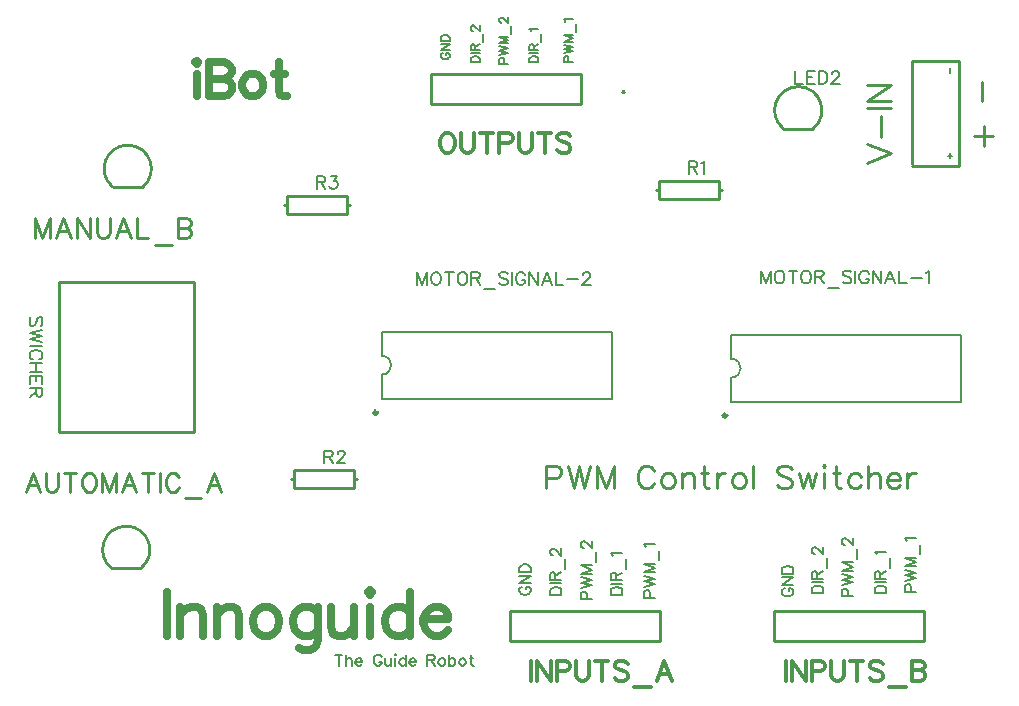
<source format=gto>
G04 Layer: TopSilkscreenLayer*
G04 EasyEDA v6.5.42, 2024-06-14 15:22:09*
G04 c9938f0327494006b7a6d6c27fb59d3d,4a14f3a30ed8491299e35303af45cd9c,10*
G04 Gerber Generator version 0.2*
G04 Scale: 100 percent, Rotated: No, Reflected: No *
G04 Dimensions in millimeters *
G04 leading zeros omitted , absolute positions ,4 integer and 5 decimal *
%FSLAX45Y45*%
%MOMM*%

%ADD10C,0.6500*%
%ADD11C,0.1600*%
%ADD12C,0.1530*%
%ADD13C,0.2530*%
%ADD14C,0.2520*%
%ADD15C,0.1524*%
%ADD16C,0.3520*%
%ADD17C,0.1540*%
%ADD18C,0.2540*%
%ADD19C,0.2032*%
%ADD20C,0.3000*%
%ADD21C,0.0156*%

%LPD*%
D10*
X-4292600Y1631187D02*
G01*
X-4292600Y1265428D01*
X-4177537Y1509268D02*
G01*
X-4177537Y1265428D01*
X-4177537Y1439671D02*
G01*
X-4125468Y1491995D01*
X-4090670Y1509268D01*
X-4038345Y1509268D01*
X-4003547Y1491995D01*
X-3986021Y1439671D01*
X-3986021Y1265428D01*
X-3870960Y1509268D02*
G01*
X-3870960Y1265428D01*
X-3870960Y1439671D02*
G01*
X-3818889Y1491995D01*
X-3784092Y1509268D01*
X-3731768Y1509268D01*
X-3696970Y1491995D01*
X-3679444Y1439671D01*
X-3679444Y1265428D01*
X-3477513Y1509268D02*
G01*
X-3512312Y1491995D01*
X-3547110Y1457197D01*
X-3564636Y1404873D01*
X-3564636Y1370076D01*
X-3547110Y1317752D01*
X-3512312Y1282954D01*
X-3477513Y1265428D01*
X-3425189Y1265428D01*
X-3390392Y1282954D01*
X-3355594Y1317752D01*
X-3338068Y1370076D01*
X-3338068Y1404873D01*
X-3355594Y1457197D01*
X-3390392Y1491995D01*
X-3425189Y1509268D01*
X-3477513Y1509268D01*
X-3014218Y1509268D02*
G01*
X-3014218Y1230629D01*
X-3031489Y1178305D01*
X-3049015Y1161034D01*
X-3083813Y1143507D01*
X-3136137Y1143507D01*
X-3170936Y1161034D01*
X-3014218Y1457197D02*
G01*
X-3049015Y1491995D01*
X-3083813Y1509268D01*
X-3136137Y1509268D01*
X-3170936Y1491995D01*
X-3205734Y1457197D01*
X-3223005Y1404873D01*
X-3223005Y1370076D01*
X-3205734Y1317752D01*
X-3170936Y1282954D01*
X-3136137Y1265428D01*
X-3083813Y1265428D01*
X-3049015Y1282954D01*
X-3014218Y1317752D01*
X-2899155Y1509268D02*
G01*
X-2899155Y1335278D01*
X-2881629Y1282954D01*
X-2846831Y1265428D01*
X-2794762Y1265428D01*
X-2759710Y1282954D01*
X-2707639Y1335278D01*
X-2707639Y1509268D02*
G01*
X-2707639Y1265428D01*
X-2592578Y1631187D02*
G01*
X-2575052Y1613915D01*
X-2557779Y1631187D01*
X-2575052Y1648713D01*
X-2592578Y1631187D01*
X-2575052Y1509268D02*
G01*
X-2575052Y1265428D01*
X-2233676Y1631187D02*
G01*
X-2233676Y1265428D01*
X-2233676Y1457197D02*
G01*
X-2268728Y1491995D01*
X-2303526Y1509268D01*
X-2355595Y1509268D01*
X-2390647Y1491995D01*
X-2425445Y1457197D01*
X-2442718Y1404873D01*
X-2442718Y1370076D01*
X-2425445Y1317752D01*
X-2390647Y1282954D01*
X-2355595Y1265428D01*
X-2303526Y1265428D01*
X-2268728Y1282954D01*
X-2233676Y1317752D01*
X-2118868Y1404873D02*
G01*
X-1909826Y1404873D01*
X-1909826Y1439671D01*
X-1927097Y1474470D01*
X-1944623Y1491995D01*
X-1979421Y1509268D01*
X-2031745Y1509268D01*
X-2066544Y1491995D01*
X-2101342Y1457197D01*
X-2118868Y1404873D01*
X-2118868Y1370076D01*
X-2101342Y1317752D01*
X-2066544Y1282954D01*
X-2031745Y1265428D01*
X-1979421Y1265428D01*
X-1944623Y1282954D01*
X-1909826Y1317752D01*
D11*
X-931671Y6121400D02*
G01*
X-855218Y6121400D01*
X-931671Y6121400D02*
G01*
X-931671Y6154165D01*
X-928115Y6165087D01*
X-924305Y6168644D01*
X-917194Y6172200D01*
X-906271Y6172200D01*
X-898905Y6168644D01*
X-895350Y6165087D01*
X-891539Y6154165D01*
X-891539Y6121400D01*
X-931671Y6196329D02*
G01*
X-855218Y6214363D01*
X-931671Y6232652D02*
G01*
X-855218Y6214363D01*
X-931671Y6232652D02*
G01*
X-855218Y6250939D01*
X-931671Y6268973D02*
G01*
X-855218Y6250939D01*
X-931671Y6293104D02*
G01*
X-855218Y6293104D01*
X-931671Y6293104D02*
G01*
X-855218Y6322060D01*
X-931671Y6351270D02*
G01*
X-855218Y6322060D01*
X-931671Y6351270D02*
G01*
X-855218Y6351270D01*
X-829818Y6375145D02*
G01*
X-829818Y6440678D01*
X-917194Y6464554D02*
G01*
X-920750Y6471920D01*
X-931671Y6482842D01*
X-855218Y6482842D01*
X-1223771Y6121400D02*
G01*
X-1147318Y6121400D01*
X-1223771Y6121400D02*
G01*
X-1223771Y6146800D01*
X-1220215Y6157721D01*
X-1212850Y6165087D01*
X-1205484Y6168644D01*
X-1194562Y6172200D01*
X-1176528Y6172200D01*
X-1165605Y6168644D01*
X-1158239Y6165087D01*
X-1150873Y6157721D01*
X-1147318Y6146800D01*
X-1147318Y6121400D01*
X-1223771Y6196329D02*
G01*
X-1147318Y6196329D01*
X-1223771Y6220205D02*
G01*
X-1147318Y6220205D01*
X-1223771Y6220205D02*
G01*
X-1223771Y6252971D01*
X-1220215Y6263894D01*
X-1216405Y6267704D01*
X-1209294Y6271260D01*
X-1201928Y6271260D01*
X-1194562Y6267704D01*
X-1191005Y6263894D01*
X-1187450Y6252971D01*
X-1187450Y6220205D01*
X-1187450Y6245860D02*
G01*
X-1147318Y6271260D01*
X-1121918Y6295136D02*
G01*
X-1121918Y6360668D01*
X-1209294Y6384797D02*
G01*
X-1212850Y6391910D01*
X-1223771Y6402831D01*
X-1147318Y6402831D01*
X-1477771Y6108700D02*
G01*
X-1401318Y6108700D01*
X-1477771Y6108700D02*
G01*
X-1477771Y6141465D01*
X-1474215Y6152387D01*
X-1470405Y6155944D01*
X-1463294Y6159500D01*
X-1452371Y6159500D01*
X-1445005Y6155944D01*
X-1441450Y6152387D01*
X-1437639Y6141465D01*
X-1437639Y6108700D01*
X-1477771Y6183629D02*
G01*
X-1401318Y6201663D01*
X-1477771Y6219952D02*
G01*
X-1401318Y6201663D01*
X-1477771Y6219952D02*
G01*
X-1401318Y6238239D01*
X-1477771Y6256273D02*
G01*
X-1401318Y6238239D01*
X-1477771Y6280404D02*
G01*
X-1401318Y6280404D01*
X-1477771Y6280404D02*
G01*
X-1401318Y6309360D01*
X-1477771Y6338570D02*
G01*
X-1401318Y6309360D01*
X-1477771Y6338570D02*
G01*
X-1401318Y6338570D01*
X-1375918Y6362445D02*
G01*
X-1375918Y6427978D01*
X-1459484Y6455663D02*
G01*
X-1463294Y6455663D01*
X-1470405Y6459220D01*
X-1474215Y6462776D01*
X-1477771Y6470142D01*
X-1477771Y6484620D01*
X-1474215Y6491986D01*
X-1470405Y6495542D01*
X-1463294Y6499352D01*
X-1455928Y6499352D01*
X-1448562Y6495542D01*
X-1437639Y6488429D01*
X-1401318Y6451854D01*
X-1401318Y6502907D01*
X-1719071Y6121400D02*
G01*
X-1642618Y6121400D01*
X-1719071Y6121400D02*
G01*
X-1719071Y6146800D01*
X-1715515Y6157721D01*
X-1708150Y6165087D01*
X-1700784Y6168644D01*
X-1689862Y6172200D01*
X-1671828Y6172200D01*
X-1660905Y6168644D01*
X-1653539Y6165087D01*
X-1646173Y6157721D01*
X-1642618Y6146800D01*
X-1642618Y6121400D01*
X-1719071Y6196329D02*
G01*
X-1642618Y6196329D01*
X-1719071Y6220205D02*
G01*
X-1642618Y6220205D01*
X-1719071Y6220205D02*
G01*
X-1719071Y6252971D01*
X-1715515Y6263894D01*
X-1711705Y6267704D01*
X-1704594Y6271260D01*
X-1697228Y6271260D01*
X-1689862Y6267704D01*
X-1686305Y6263894D01*
X-1682750Y6252971D01*
X-1682750Y6220205D01*
X-1682750Y6245860D02*
G01*
X-1642618Y6271260D01*
X-1617218Y6295136D02*
G01*
X-1617218Y6360668D01*
X-1700784Y6388354D02*
G01*
X-1704594Y6388354D01*
X-1711705Y6391910D01*
X-1715515Y6395465D01*
X-1719071Y6402831D01*
X-1719071Y6417310D01*
X-1715515Y6424676D01*
X-1711705Y6428231D01*
X-1704594Y6432042D01*
X-1697228Y6432042D01*
X-1689862Y6428231D01*
X-1678939Y6421120D01*
X-1642618Y6384797D01*
X-1642618Y6435597D01*
X-1954784Y6201410D02*
G01*
X-1962150Y6197600D01*
X-1969515Y6190487D01*
X-1973071Y6183121D01*
X-1973071Y6168644D01*
X-1969515Y6161278D01*
X-1962150Y6154165D01*
X-1954784Y6150355D01*
X-1943862Y6146800D01*
X-1925828Y6146800D01*
X-1914905Y6150355D01*
X-1907539Y6154165D01*
X-1900173Y6161278D01*
X-1896618Y6168644D01*
X-1896618Y6183121D01*
X-1900173Y6190487D01*
X-1907539Y6197600D01*
X-1914905Y6201410D01*
X-1925828Y6201410D01*
X-1925828Y6183121D02*
G01*
X-1925828Y6201410D01*
X-1973071Y6225286D02*
G01*
X-1896618Y6225286D01*
X-1973071Y6225286D02*
G01*
X-1896618Y6276339D01*
X-1973071Y6276339D02*
G01*
X-1896618Y6276339D01*
X-1973071Y6300215D02*
G01*
X-1896618Y6300215D01*
X-1973071Y6300215D02*
G01*
X-1973071Y6325615D01*
X-1969515Y6336537D01*
X-1962150Y6343904D01*
X-1954784Y6347460D01*
X-1943862Y6351270D01*
X-1925828Y6351270D01*
X-1914905Y6347460D01*
X-1907539Y6343904D01*
X-1900173Y6336537D01*
X-1896618Y6325615D01*
X-1896618Y6300215D01*
D12*
X-1284731Y1680971D02*
G01*
X-1293876Y1676654D01*
X-1302765Y1667510D01*
X-1307337Y1658365D01*
X-1307337Y1640078D01*
X-1302765Y1631187D01*
X-1293876Y1622044D01*
X-1284731Y1617471D01*
X-1271015Y1612900D01*
X-1248410Y1612900D01*
X-1234694Y1617471D01*
X-1225550Y1622044D01*
X-1216405Y1631187D01*
X-1211834Y1640078D01*
X-1211834Y1658365D01*
X-1216405Y1667510D01*
X-1225550Y1676654D01*
X-1234694Y1680971D01*
X-1248410Y1680971D01*
X-1248410Y1658365D02*
G01*
X-1248410Y1680971D01*
X-1307337Y1711197D02*
G01*
X-1211834Y1711197D01*
X-1307337Y1711197D02*
G01*
X-1211834Y1774697D01*
X-1307337Y1774697D02*
G01*
X-1211834Y1774697D01*
X-1307337Y1804670D02*
G01*
X-1211834Y1804670D01*
X-1307337Y1804670D02*
G01*
X-1307337Y1836420D01*
X-1302765Y1850136D01*
X-1293876Y1859279D01*
X-1284731Y1863852D01*
X-1271015Y1868423D01*
X-1248410Y1868423D01*
X-1234694Y1863852D01*
X-1225550Y1859279D01*
X-1216405Y1850136D01*
X-1211834Y1836420D01*
X-1211834Y1804670D01*
X-532637Y1612900D02*
G01*
X-437134Y1612900D01*
X-532637Y1612900D02*
G01*
X-532637Y1644650D01*
X-528065Y1658365D01*
X-519176Y1667510D01*
X-510031Y1672081D01*
X-496315Y1676654D01*
X-473710Y1676654D01*
X-459994Y1672081D01*
X-450850Y1667510D01*
X-441705Y1658365D01*
X-437134Y1644650D01*
X-437134Y1612900D01*
X-532637Y1706626D02*
G01*
X-437134Y1706626D01*
X-532637Y1736597D02*
G01*
X-437134Y1736597D01*
X-532637Y1736597D02*
G01*
X-532637Y1777492D01*
X-528065Y1791207D01*
X-523494Y1795526D01*
X-514604Y1800097D01*
X-505460Y1800097D01*
X-496315Y1795526D01*
X-491744Y1791207D01*
X-487171Y1777492D01*
X-487171Y1736597D01*
X-487171Y1768347D02*
G01*
X-437134Y1800097D01*
X-405384Y1830070D02*
G01*
X-405384Y1912112D01*
X-514604Y1942084D02*
G01*
X-519176Y1950973D01*
X-532637Y1964689D01*
X-437134Y1964689D01*
X-786637Y1574800D02*
G01*
X-691134Y1574800D01*
X-786637Y1574800D02*
G01*
X-786637Y1615694D01*
X-782065Y1629410D01*
X-777494Y1633981D01*
X-768604Y1638554D01*
X-754887Y1638554D01*
X-745744Y1633981D01*
X-741171Y1629410D01*
X-736600Y1615694D01*
X-736600Y1574800D01*
X-786637Y1668526D02*
G01*
X-691134Y1691131D01*
X-786637Y1713992D02*
G01*
X-691134Y1691131D01*
X-786637Y1713992D02*
G01*
X-691134Y1736597D01*
X-786637Y1759457D02*
G01*
X-691134Y1736597D01*
X-786637Y1789429D02*
G01*
X-691134Y1789429D01*
X-786637Y1789429D02*
G01*
X-691134Y1825752D01*
X-786637Y1862073D02*
G01*
X-691134Y1825752D01*
X-786637Y1862073D02*
G01*
X-691134Y1862073D01*
X-659384Y1892045D02*
G01*
X-659384Y1973834D01*
X-764031Y2008378D02*
G01*
X-768604Y2008378D01*
X-777494Y2012950D01*
X-782065Y2017521D01*
X-786637Y2026665D01*
X-786637Y2044700D01*
X-782065Y2053844D01*
X-777494Y2058415D01*
X-768604Y2062987D01*
X-759460Y2062987D01*
X-750315Y2058415D01*
X-736600Y2049271D01*
X-691134Y2003805D01*
X-691134Y2067560D01*
X-1046937Y1614195D02*
G01*
X-951687Y1614195D01*
X-1046937Y1614195D02*
G01*
X-1046937Y1645945D01*
X-1042619Y1659661D01*
X-1033475Y1668805D01*
X-1024331Y1673377D01*
X-1010615Y1677949D01*
X-988009Y1677949D01*
X-974293Y1673377D01*
X-965149Y1668805D01*
X-956259Y1659661D01*
X-951687Y1645945D01*
X-951687Y1614195D01*
X-1046937Y1707921D02*
G01*
X-951687Y1707921D01*
X-1046937Y1737893D02*
G01*
X-951687Y1737893D01*
X-1046937Y1737893D02*
G01*
X-1046937Y1778787D01*
X-1042619Y1792503D01*
X-1038047Y1796821D01*
X-1028903Y1801393D01*
X-1019759Y1801393D01*
X-1010615Y1796821D01*
X-1006043Y1792503D01*
X-1001471Y1778787D01*
X-1001471Y1737893D01*
X-1001471Y1769643D02*
G01*
X-951687Y1801393D01*
X-919683Y1831365D02*
G01*
X-919683Y1913407D01*
X-1024331Y1947951D02*
G01*
X-1028903Y1947951D01*
X-1038047Y1952269D01*
X-1042619Y1956841D01*
X-1046937Y1965985D01*
X-1046937Y1984273D01*
X-1042619Y1993417D01*
X-1038047Y1997735D01*
X-1028903Y2002307D01*
X-1019759Y2002307D01*
X-1010615Y1997735D01*
X-997153Y1988845D01*
X-951687Y1943379D01*
X-951687Y2006879D01*
X1702562Y1625600D02*
G01*
X1798065Y1625600D01*
X1702562Y1625600D02*
G01*
X1702562Y1657350D01*
X1707134Y1671065D01*
X1716023Y1680210D01*
X1725168Y1684781D01*
X1738884Y1689354D01*
X1761489Y1689354D01*
X1775205Y1684781D01*
X1784350Y1680210D01*
X1793494Y1671065D01*
X1798065Y1657350D01*
X1798065Y1625600D01*
X1702562Y1719326D02*
G01*
X1798065Y1719326D01*
X1702562Y1749297D02*
G01*
X1798065Y1749297D01*
X1702562Y1749297D02*
G01*
X1702562Y1790192D01*
X1707134Y1803907D01*
X1711705Y1808226D01*
X1720595Y1812797D01*
X1729739Y1812797D01*
X1738884Y1808226D01*
X1743455Y1803907D01*
X1748028Y1790192D01*
X1748028Y1749297D01*
X1748028Y1781047D02*
G01*
X1798065Y1812797D01*
X1829815Y1842770D02*
G01*
X1829815Y1924812D01*
X1720595Y1954784D02*
G01*
X1716023Y1963673D01*
X1702562Y1977389D01*
X1798065Y1977389D01*
X1423162Y1600200D02*
G01*
X1518665Y1600200D01*
X1423162Y1600200D02*
G01*
X1423162Y1641094D01*
X1427734Y1654810D01*
X1432305Y1659381D01*
X1441195Y1663954D01*
X1454912Y1663954D01*
X1464055Y1659381D01*
X1468628Y1654810D01*
X1473200Y1641094D01*
X1473200Y1600200D01*
X1423162Y1693926D02*
G01*
X1518665Y1716531D01*
X1423162Y1739392D02*
G01*
X1518665Y1716531D01*
X1423162Y1739392D02*
G01*
X1518665Y1761997D01*
X1423162Y1784857D02*
G01*
X1518665Y1761997D01*
X1423162Y1814829D02*
G01*
X1518665Y1814829D01*
X1423162Y1814829D02*
G01*
X1518665Y1851152D01*
X1423162Y1887473D02*
G01*
X1518665Y1851152D01*
X1423162Y1887473D02*
G01*
X1518665Y1887473D01*
X1550415Y1917445D02*
G01*
X1550415Y1999234D01*
X1445768Y2033778D02*
G01*
X1441195Y2033778D01*
X1432305Y2038350D01*
X1427734Y2042921D01*
X1423162Y2052065D01*
X1423162Y2070100D01*
X1427734Y2079244D01*
X1432305Y2083815D01*
X1441195Y2088387D01*
X1450339Y2088387D01*
X1459484Y2083815D01*
X1473200Y2074671D01*
X1518665Y2029205D01*
X1518665Y2092960D01*
X1169162Y1625600D02*
G01*
X1264665Y1625600D01*
X1169162Y1625600D02*
G01*
X1169162Y1657350D01*
X1173734Y1671065D01*
X1182623Y1680210D01*
X1191768Y1684781D01*
X1205484Y1689354D01*
X1228089Y1689354D01*
X1241805Y1684781D01*
X1250950Y1680210D01*
X1260094Y1671065D01*
X1264665Y1657350D01*
X1264665Y1625600D01*
X1169162Y1719326D02*
G01*
X1264665Y1719326D01*
X1169162Y1749297D02*
G01*
X1264665Y1749297D01*
X1169162Y1749297D02*
G01*
X1169162Y1790192D01*
X1173734Y1803907D01*
X1178305Y1808226D01*
X1187195Y1812797D01*
X1196339Y1812797D01*
X1205484Y1808226D01*
X1210055Y1803907D01*
X1214628Y1790192D01*
X1214628Y1749297D01*
X1214628Y1781047D02*
G01*
X1264665Y1812797D01*
X1296415Y1842770D02*
G01*
X1296415Y1924812D01*
X1191768Y1959355D02*
G01*
X1187195Y1959355D01*
X1178305Y1963673D01*
X1173734Y1968245D01*
X1169162Y1977389D01*
X1169162Y1995678D01*
X1173734Y2004568D01*
X1178305Y2009139D01*
X1187195Y2013712D01*
X1196339Y2013712D01*
X1205484Y2009139D01*
X1219200Y2000250D01*
X1264665Y1954784D01*
X1264665Y2018284D01*
X937768Y1668271D02*
G01*
X928623Y1663954D01*
X919734Y1654810D01*
X915162Y1645665D01*
X915162Y1627378D01*
X919734Y1618487D01*
X928623Y1609344D01*
X937768Y1604771D01*
X951484Y1600200D01*
X974089Y1600200D01*
X987805Y1604771D01*
X996950Y1609344D01*
X1006094Y1618487D01*
X1010665Y1627378D01*
X1010665Y1645665D01*
X1006094Y1654810D01*
X996950Y1663954D01*
X987805Y1668271D01*
X974089Y1668271D01*
X974089Y1645665D02*
G01*
X974089Y1668271D01*
X915162Y1698497D02*
G01*
X1010665Y1698497D01*
X915162Y1698497D02*
G01*
X1010665Y1761997D01*
X915162Y1761997D02*
G01*
X1010665Y1761997D01*
X915162Y1791970D02*
G01*
X1010665Y1791970D01*
X915162Y1791970D02*
G01*
X915162Y1823720D01*
X919734Y1837436D01*
X928623Y1846579D01*
X937768Y1851152D01*
X951484Y1855723D01*
X974089Y1855723D01*
X987805Y1851152D01*
X996950Y1846579D01*
X1006094Y1837436D01*
X1010665Y1823720D01*
X1010665Y1791970D01*
D13*
X-1079500Y2703829D02*
G01*
X-1079500Y2512821D01*
X-1079500Y2703829D02*
G01*
X-997712Y2703829D01*
X-970534Y2694686D01*
X-961389Y2685542D01*
X-952245Y2667254D01*
X-952245Y2640076D01*
X-961389Y2621787D01*
X-970534Y2612897D01*
X-997712Y2603754D01*
X-1079500Y2603754D01*
X-892302Y2703829D02*
G01*
X-846836Y2512821D01*
X-801370Y2703829D02*
G01*
X-846836Y2512821D01*
X-801370Y2703829D02*
G01*
X-755904Y2512821D01*
X-710437Y2703829D02*
G01*
X-755904Y2512821D01*
X-650494Y2703829D02*
G01*
X-650494Y2512821D01*
X-650494Y2703829D02*
G01*
X-577595Y2512821D01*
X-504952Y2703829D02*
G01*
X-577595Y2512821D01*
X-504952Y2703829D02*
G01*
X-504952Y2512821D01*
X-168655Y2658363D02*
G01*
X-177800Y2676397D01*
X-195834Y2694686D01*
X-214121Y2703829D01*
X-250444Y2703829D01*
X-268478Y2694686D01*
X-286765Y2676397D01*
X-295910Y2658363D01*
X-305054Y2630931D01*
X-305054Y2585465D01*
X-295910Y2558287D01*
X-286765Y2540000D01*
X-268478Y2521965D01*
X-250444Y2512821D01*
X-214121Y2512821D01*
X-195834Y2521965D01*
X-177800Y2540000D01*
X-168655Y2558287D01*
X-63245Y2640076D02*
G01*
X-81279Y2630931D01*
X-99568Y2612897D01*
X-108712Y2585465D01*
X-108712Y2567431D01*
X-99568Y2540000D01*
X-81279Y2521965D01*
X-63245Y2512821D01*
X-35813Y2512821D01*
X-17779Y2521965D01*
X507Y2540000D01*
X9652Y2567431D01*
X9652Y2585465D01*
X507Y2612897D01*
X-17779Y2630931D01*
X-35813Y2640076D01*
X-63245Y2640076D01*
X69595Y2640076D02*
G01*
X69595Y2512821D01*
X69595Y2603754D02*
G01*
X96773Y2630931D01*
X115062Y2640076D01*
X142239Y2640076D01*
X160528Y2630931D01*
X169671Y2603754D01*
X169671Y2512821D01*
X256794Y2703829D02*
G01*
X256794Y2549144D01*
X265937Y2521965D01*
X284226Y2512821D01*
X302260Y2512821D01*
X229615Y2640076D02*
G01*
X293115Y2640076D01*
X362204Y2640076D02*
G01*
X362204Y2512821D01*
X362204Y2585465D02*
G01*
X371347Y2612897D01*
X389636Y2630931D01*
X407670Y2640076D01*
X435102Y2640076D01*
X540512Y2640076D02*
G01*
X522223Y2630931D01*
X504189Y2612897D01*
X495045Y2585465D01*
X495045Y2567431D01*
X504189Y2540000D01*
X522223Y2521965D01*
X540512Y2512821D01*
X567689Y2512821D01*
X585978Y2521965D01*
X604012Y2540000D01*
X613155Y2567431D01*
X613155Y2585465D01*
X604012Y2612897D01*
X585978Y2630931D01*
X567689Y2640076D01*
X540512Y2640076D01*
X673100Y2703829D02*
G01*
X673100Y2512821D01*
X1000505Y2676397D02*
G01*
X982218Y2694686D01*
X955039Y2703829D01*
X918718Y2703829D01*
X891286Y2694686D01*
X873252Y2676397D01*
X873252Y2658363D01*
X882395Y2640076D01*
X891286Y2630931D01*
X909573Y2621787D01*
X964184Y2603754D01*
X982218Y2594610D01*
X991362Y2585465D01*
X1000505Y2567431D01*
X1000505Y2540000D01*
X982218Y2521965D01*
X955039Y2512821D01*
X918718Y2512821D01*
X891286Y2521965D01*
X873252Y2540000D01*
X1060450Y2640076D02*
G01*
X1096771Y2512821D01*
X1133347Y2640076D02*
G01*
X1096771Y2512821D01*
X1133347Y2640076D02*
G01*
X1169670Y2512821D01*
X1205992Y2640076D02*
G01*
X1169670Y2512821D01*
X1265936Y2703829D02*
G01*
X1275079Y2694686D01*
X1284223Y2703829D01*
X1275079Y2712720D01*
X1265936Y2703829D01*
X1275079Y2640076D02*
G01*
X1275079Y2512821D01*
X1371345Y2703829D02*
G01*
X1371345Y2549144D01*
X1380489Y2521965D01*
X1398778Y2512821D01*
X1416812Y2512821D01*
X1344168Y2640076D02*
G01*
X1407668Y2640076D01*
X1585976Y2612897D02*
G01*
X1567687Y2630931D01*
X1549654Y2640076D01*
X1522221Y2640076D01*
X1504187Y2630931D01*
X1485900Y2612897D01*
X1476755Y2585465D01*
X1476755Y2567431D01*
X1485900Y2540000D01*
X1504187Y2521965D01*
X1522221Y2512821D01*
X1549654Y2512821D01*
X1567687Y2521965D01*
X1585976Y2540000D01*
X1645920Y2703829D02*
G01*
X1645920Y2512821D01*
X1645920Y2603754D02*
G01*
X1673097Y2630931D01*
X1691386Y2640076D01*
X1718563Y2640076D01*
X1736852Y2630931D01*
X1745995Y2603754D01*
X1745995Y2512821D01*
X1805939Y2585465D02*
G01*
X1915160Y2585465D01*
X1915160Y2603754D01*
X1906015Y2621787D01*
X1896871Y2630931D01*
X1878584Y2640076D01*
X1851405Y2640076D01*
X1833118Y2630931D01*
X1815084Y2612897D01*
X1805939Y2585465D01*
X1805939Y2567431D01*
X1815084Y2540000D01*
X1833118Y2521965D01*
X1851405Y2512821D01*
X1878584Y2512821D01*
X1896871Y2521965D01*
X1915160Y2540000D01*
X1975104Y2640076D02*
G01*
X1975104Y2512821D01*
X1975104Y2585465D02*
G01*
X1984247Y2612897D01*
X2002281Y2630931D01*
X2020570Y2640076D01*
X2047747Y2640076D01*
D10*
X-4051300Y6119368D02*
G01*
X-4037584Y6105652D01*
X-4024121Y6119368D01*
X-4037584Y6133084D01*
X-4051300Y6119368D01*
X-4037584Y6023863D02*
G01*
X-4037584Y5832855D01*
X-3933952Y6119368D02*
G01*
X-3933952Y5832855D01*
X-3933952Y6119368D02*
G01*
X-3811270Y6119368D01*
X-3770376Y6105652D01*
X-3756660Y6091936D01*
X-3743197Y6064757D01*
X-3743197Y6037579D01*
X-3756660Y6010147D01*
X-3770376Y5996686D01*
X-3811270Y5982970D01*
X-3933952Y5982970D02*
G01*
X-3811270Y5982970D01*
X-3770376Y5969254D01*
X-3756660Y5955792D01*
X-3743197Y5928360D01*
X-3743197Y5887465D01*
X-3756660Y5860287D01*
X-3770376Y5846571D01*
X-3811270Y5832855D01*
X-3933952Y5832855D01*
X-3584955Y6023863D02*
G01*
X-3612134Y6010147D01*
X-3639565Y5982970D01*
X-3653028Y5942076D01*
X-3653028Y5914897D01*
X-3639565Y5873750D01*
X-3612134Y5846571D01*
X-3584955Y5832855D01*
X-3544062Y5832855D01*
X-3516629Y5846571D01*
X-3489452Y5873750D01*
X-3475736Y5914897D01*
X-3475736Y5942076D01*
X-3489452Y5982970D01*
X-3516629Y6010147D01*
X-3544062Y6023863D01*
X-3584955Y6023863D01*
X-3344926Y6119368D02*
G01*
X-3344926Y5887465D01*
X-3331210Y5846571D01*
X-3304031Y5832855D01*
X-3276854Y5832855D01*
X-3385820Y6023863D02*
G01*
X-3290315Y6023863D01*
D11*
X-2838450Y1104137D02*
G01*
X-2838450Y1008634D01*
X-2870200Y1104137D02*
G01*
X-2806445Y1104137D01*
X-2776473Y1104137D02*
G01*
X-2776473Y1008634D01*
X-2776473Y1054100D02*
G01*
X-2763012Y1067815D01*
X-2753868Y1072387D01*
X-2740152Y1072387D01*
X-2731007Y1067815D01*
X-2726689Y1054100D01*
X-2726689Y1008634D01*
X-2696463Y1045210D02*
G01*
X-2642107Y1045210D01*
X-2642107Y1054100D01*
X-2646679Y1063244D01*
X-2650997Y1067815D01*
X-2660142Y1072387D01*
X-2673857Y1072387D01*
X-2683002Y1067815D01*
X-2691892Y1058671D01*
X-2696463Y1045210D01*
X-2696463Y1036065D01*
X-2691892Y1022350D01*
X-2683002Y1013205D01*
X-2673857Y1008634D01*
X-2660142Y1008634D01*
X-2650997Y1013205D01*
X-2642107Y1022350D01*
X-2473960Y1081531D02*
G01*
X-2478278Y1090676D01*
X-2487421Y1099565D01*
X-2496565Y1104137D01*
X-2514854Y1104137D01*
X-2523744Y1099565D01*
X-2532887Y1090676D01*
X-2537460Y1081531D01*
X-2542031Y1067815D01*
X-2542031Y1045210D01*
X-2537460Y1031494D01*
X-2532887Y1022350D01*
X-2523744Y1013205D01*
X-2514854Y1008634D01*
X-2496565Y1008634D01*
X-2487421Y1013205D01*
X-2478278Y1022350D01*
X-2473960Y1031494D01*
X-2473960Y1045210D01*
X-2496565Y1045210D02*
G01*
X-2473960Y1045210D01*
X-2443734Y1072387D02*
G01*
X-2443734Y1026921D01*
X-2439415Y1013205D01*
X-2430271Y1008634D01*
X-2416555Y1008634D01*
X-2407412Y1013205D01*
X-2393950Y1026921D01*
X-2393950Y1072387D02*
G01*
X-2393950Y1008634D01*
X-2363723Y1104137D02*
G01*
X-2359405Y1099565D01*
X-2354834Y1104137D01*
X-2359405Y1108710D01*
X-2363723Y1104137D01*
X-2359405Y1072387D02*
G01*
X-2359405Y1008634D01*
X-2270252Y1104137D02*
G01*
X-2270252Y1008634D01*
X-2270252Y1058671D02*
G01*
X-2279395Y1067815D01*
X-2288286Y1072387D01*
X-2302002Y1072387D01*
X-2311145Y1067815D01*
X-2320289Y1058671D01*
X-2324862Y1045210D01*
X-2324862Y1036065D01*
X-2320289Y1022350D01*
X-2311145Y1013205D01*
X-2302002Y1008634D01*
X-2288286Y1008634D01*
X-2279395Y1013205D01*
X-2270252Y1022350D01*
X-2240279Y1045210D02*
G01*
X-2185670Y1045210D01*
X-2185670Y1054100D01*
X-2190242Y1063244D01*
X-2194813Y1067815D01*
X-2203957Y1072387D01*
X-2217420Y1072387D01*
X-2226563Y1067815D01*
X-2235707Y1058671D01*
X-2240279Y1045210D01*
X-2240279Y1036065D01*
X-2235707Y1022350D01*
X-2226563Y1013205D01*
X-2217420Y1008634D01*
X-2203957Y1008634D01*
X-2194813Y1013205D01*
X-2185670Y1022350D01*
X-2085594Y1104137D02*
G01*
X-2085594Y1008634D01*
X-2085594Y1104137D02*
G01*
X-2044700Y1104137D01*
X-2030984Y1099565D01*
X-2026665Y1094994D01*
X-2022094Y1086104D01*
X-2022094Y1076960D01*
X-2026665Y1067815D01*
X-2030984Y1063244D01*
X-2044700Y1058671D01*
X-2085594Y1058671D01*
X-2053844Y1058671D02*
G01*
X-2022094Y1008634D01*
X-1969262Y1072387D02*
G01*
X-1978405Y1067815D01*
X-1987550Y1058671D01*
X-1992121Y1045210D01*
X-1992121Y1036065D01*
X-1987550Y1022350D01*
X-1978405Y1013205D01*
X-1969262Y1008634D01*
X-1955545Y1008634D01*
X-1946655Y1013205D01*
X-1937512Y1022350D01*
X-1932939Y1036065D01*
X-1932939Y1045210D01*
X-1937512Y1058671D01*
X-1946655Y1067815D01*
X-1955545Y1072387D01*
X-1969262Y1072387D01*
X-1902968Y1104137D02*
G01*
X-1902968Y1008634D01*
X-1902968Y1058671D02*
G01*
X-1893823Y1067815D01*
X-1884679Y1072387D01*
X-1871218Y1072387D01*
X-1862073Y1067815D01*
X-1852929Y1058671D01*
X-1848357Y1045210D01*
X-1848357Y1036065D01*
X-1852929Y1022350D01*
X-1862073Y1013205D01*
X-1871218Y1008634D01*
X-1884679Y1008634D01*
X-1893823Y1013205D01*
X-1902968Y1022350D01*
X-1795779Y1072387D02*
G01*
X-1804670Y1067815D01*
X-1813813Y1058671D01*
X-1818386Y1045210D01*
X-1818386Y1036065D01*
X-1813813Y1022350D01*
X-1804670Y1013205D01*
X-1795779Y1008634D01*
X-1782063Y1008634D01*
X-1772920Y1013205D01*
X-1763776Y1022350D01*
X-1759204Y1036065D01*
X-1759204Y1045210D01*
X-1763776Y1058671D01*
X-1772920Y1067815D01*
X-1782063Y1072387D01*
X-1795779Y1072387D01*
X-1715770Y1104137D02*
G01*
X-1715770Y1026921D01*
X-1711197Y1013205D01*
X-1702054Y1008634D01*
X-1692910Y1008634D01*
X-1729231Y1072387D02*
G01*
X-1697481Y1072387D01*
D13*
X2623311Y5413502D02*
G01*
X2623311Y5577078D01*
X2705100Y5495289D02*
G01*
X2541524Y5495289D01*
X2607309Y5956300D02*
G01*
X2607309Y5792723D01*
D14*
X-5426710Y2642362D02*
G01*
X-5486400Y2485389D01*
X-5426710Y2642362D02*
G01*
X-5367020Y2485389D01*
X-5464047Y2537713D02*
G01*
X-5389371Y2537713D01*
X-5317744Y2642362D02*
G01*
X-5317744Y2530347D01*
X-5310123Y2507742D01*
X-5295137Y2493010D01*
X-5272786Y2485389D01*
X-5257800Y2485389D01*
X-5235447Y2493010D01*
X-5220462Y2507742D01*
X-5213095Y2530347D01*
X-5213095Y2642362D01*
X-5111495Y2642362D02*
G01*
X-5111495Y2485389D01*
X-5163820Y2642362D02*
G01*
X-5059171Y2642362D01*
X-4965192Y2642362D02*
G01*
X-4980178Y2634742D01*
X-4994910Y2620010D01*
X-5002529Y2605023D01*
X-5009895Y2582671D01*
X-5009895Y2545334D01*
X-5002529Y2522728D01*
X-4994910Y2507742D01*
X-4980178Y2493010D01*
X-4965192Y2485389D01*
X-4935220Y2485389D01*
X-4920234Y2493010D01*
X-4905502Y2507742D01*
X-4897881Y2522728D01*
X-4890515Y2545334D01*
X-4890515Y2582671D01*
X-4897881Y2605023D01*
X-4905502Y2620010D01*
X-4920234Y2634742D01*
X-4935220Y2642362D01*
X-4965192Y2642362D01*
X-4841239Y2642362D02*
G01*
X-4841239Y2485389D01*
X-4841239Y2642362D02*
G01*
X-4781295Y2485389D01*
X-4721605Y2642362D02*
G01*
X-4781295Y2485389D01*
X-4721605Y2642362D02*
G01*
X-4721605Y2485389D01*
X-4612639Y2642362D02*
G01*
X-4672329Y2485389D01*
X-4612639Y2642362D02*
G01*
X-4552950Y2485389D01*
X-4649978Y2537713D02*
G01*
X-4575302Y2537713D01*
X-4451350Y2642362D02*
G01*
X-4451350Y2485389D01*
X-4503673Y2642362D02*
G01*
X-4399026Y2642362D01*
X-4349750Y2642362D02*
G01*
X-4349750Y2485389D01*
X-4188460Y2605023D02*
G01*
X-4195826Y2620010D01*
X-4210812Y2634742D01*
X-4225797Y2642362D01*
X-4255770Y2642362D01*
X-4270502Y2634742D01*
X-4285487Y2620010D01*
X-4293107Y2605023D01*
X-4300473Y2582671D01*
X-4300473Y2545334D01*
X-4293107Y2522728D01*
X-4285487Y2507742D01*
X-4270502Y2493010D01*
X-4255770Y2485389D01*
X-4225797Y2485389D01*
X-4210812Y2493010D01*
X-4195826Y2507742D01*
X-4188460Y2522728D01*
X-4139184Y2433065D02*
G01*
X-4004818Y2433065D01*
X-3895597Y2642362D02*
G01*
X-3955542Y2485389D01*
X-3895597Y2642362D02*
G01*
X-3835907Y2485389D01*
X-3932936Y2537713D02*
G01*
X-3858260Y2537713D01*
D15*
X1028700Y6046215D02*
G01*
X1028700Y5937250D01*
X1028700Y5937250D02*
G01*
X1090929Y5937250D01*
X1125220Y6046215D02*
G01*
X1125220Y5937250D01*
X1125220Y6046215D02*
G01*
X1192784Y6046215D01*
X1125220Y5994400D02*
G01*
X1166876Y5994400D01*
X1125220Y5937250D02*
G01*
X1192784Y5937250D01*
X1227073Y6046215D02*
G01*
X1227073Y5937250D01*
X1227073Y6046215D02*
G01*
X1263650Y6046215D01*
X1279144Y6041136D01*
X1289557Y6030721D01*
X1294637Y6020307D01*
X1299971Y6004560D01*
X1299971Y5978652D01*
X1294637Y5963157D01*
X1289557Y5952744D01*
X1279144Y5942329D01*
X1263650Y5937250D01*
X1227073Y5937250D01*
X1339342Y6020307D02*
G01*
X1339342Y6025387D01*
X1344676Y6035802D01*
X1349755Y6041136D01*
X1360170Y6046215D01*
X1380997Y6046215D01*
X1391412Y6041136D01*
X1396492Y6035802D01*
X1401826Y6025387D01*
X1401826Y6014973D01*
X1396492Y6004560D01*
X1386078Y5989065D01*
X1334262Y5937250D01*
X1406905Y5937250D01*
D14*
X-5410200Y4799329D02*
G01*
X-5410200Y4632452D01*
X-5410200Y4799329D02*
G01*
X-5346445Y4632452D01*
X-5282945Y4799329D02*
G01*
X-5346445Y4632452D01*
X-5282945Y4799329D02*
G01*
X-5282945Y4632452D01*
X-5166868Y4799329D02*
G01*
X-5230368Y4632452D01*
X-5166868Y4799329D02*
G01*
X-5103113Y4632452D01*
X-5206492Y4688078D02*
G01*
X-5126989Y4688078D01*
X-5050536Y4799329D02*
G01*
X-5050536Y4632452D01*
X-5050536Y4799329D02*
G01*
X-4939284Y4632452D01*
X-4939284Y4799329D02*
G01*
X-4939284Y4632452D01*
X-4886705Y4799329D02*
G01*
X-4886705Y4679950D01*
X-4878831Y4656328D01*
X-4862829Y4640326D01*
X-4838954Y4632452D01*
X-4823205Y4632452D01*
X-4799329Y4640326D01*
X-4783328Y4656328D01*
X-4775454Y4679950D01*
X-4775454Y4799329D01*
X-4659376Y4799329D02*
G01*
X-4722876Y4632452D01*
X-4659376Y4799329D02*
G01*
X-4595621Y4632452D01*
X-4699000Y4688078D02*
G01*
X-4619497Y4688078D01*
X-4543044Y4799329D02*
G01*
X-4543044Y4632452D01*
X-4543044Y4632452D02*
G01*
X-4447794Y4632452D01*
X-4395215Y4576571D02*
G01*
X-4251960Y4576571D01*
X-4199636Y4799329D02*
G01*
X-4199636Y4632452D01*
X-4199636Y4799329D02*
G01*
X-4128007Y4799329D01*
X-4104131Y4791455D01*
X-4096004Y4783581D01*
X-4088129Y4767579D01*
X-4088129Y4751578D01*
X-4096004Y4735829D01*
X-4104131Y4727702D01*
X-4128007Y4719828D01*
X-4199636Y4719828D02*
G01*
X-4128007Y4719828D01*
X-4104131Y4711954D01*
X-4096004Y4703826D01*
X-4088129Y4688078D01*
X-4088129Y4664202D01*
X-4096004Y4648200D01*
X-4104131Y4640326D01*
X-4128007Y4632452D01*
X-4199636Y4632452D01*
D15*
X127000Y5284215D02*
G01*
X127000Y5175250D01*
X127000Y5284215D02*
G01*
X173736Y5284215D01*
X189229Y5279136D01*
X194563Y5273802D01*
X199644Y5263387D01*
X199644Y5252973D01*
X194563Y5242560D01*
X189229Y5237479D01*
X173736Y5232400D01*
X127000Y5232400D01*
X163321Y5232400D02*
G01*
X199644Y5175250D01*
X233934Y5263387D02*
G01*
X244347Y5268721D01*
X260095Y5284215D01*
X260095Y5175250D01*
X-2959100Y2833115D02*
G01*
X-2959100Y2724150D01*
X-2959100Y2833115D02*
G01*
X-2912363Y2833115D01*
X-2896870Y2828036D01*
X-2891536Y2822702D01*
X-2886455Y2812287D01*
X-2886455Y2801873D01*
X-2891536Y2791460D01*
X-2896870Y2786379D01*
X-2912363Y2781300D01*
X-2959100Y2781300D01*
X-2922778Y2781300D02*
G01*
X-2886455Y2724150D01*
X-2846831Y2807207D02*
G01*
X-2846831Y2812287D01*
X-2841752Y2822702D01*
X-2836418Y2828036D01*
X-2826004Y2833115D01*
X-2805429Y2833115D01*
X-2795015Y2828036D01*
X-2789681Y2822702D01*
X-2784602Y2812287D01*
X-2784602Y2801873D01*
X-2789681Y2791460D01*
X-2800095Y2775965D01*
X-2852165Y2724150D01*
X-2779268Y2724150D01*
X-3022600Y5157215D02*
G01*
X-3022600Y5048250D01*
X-3022600Y5157215D02*
G01*
X-2975863Y5157215D01*
X-2960370Y5152136D01*
X-2955036Y5146802D01*
X-2949955Y5136387D01*
X-2949955Y5125973D01*
X-2955036Y5115560D01*
X-2960370Y5110479D01*
X-2975863Y5105400D01*
X-3022600Y5105400D01*
X-2986278Y5105400D02*
G01*
X-2949955Y5048250D01*
X-2905252Y5157215D02*
G01*
X-2848102Y5157215D01*
X-2879089Y5115560D01*
X-2863595Y5115560D01*
X-2853181Y5110479D01*
X-2848102Y5105400D01*
X-2842768Y5089652D01*
X-2842768Y5079237D01*
X-2848102Y5063744D01*
X-2858515Y5053329D01*
X-2874010Y5048250D01*
X-2889504Y5048250D01*
X-2905252Y5053329D01*
X-2910331Y5058410D01*
X-2915665Y5068823D01*
D16*
X-1206500Y1052068D02*
G01*
X-1206500Y885697D01*
X-1154176Y1052068D02*
G01*
X-1154176Y885697D01*
X-1154176Y1052068D02*
G01*
X-1043178Y885697D01*
X-1043178Y1052068D02*
G01*
X-1043178Y885697D01*
X-991107Y1052068D02*
G01*
X-991107Y885697D01*
X-991107Y1052068D02*
G01*
X-919734Y1052068D01*
X-895857Y1044194D01*
X-887984Y1036320D01*
X-880110Y1020571D01*
X-880110Y996695D01*
X-887984Y980947D01*
X-895857Y973073D01*
X-919734Y964945D01*
X-991107Y964945D01*
X-827786Y1052068D02*
G01*
X-827786Y933450D01*
X-819912Y909573D01*
X-803910Y893826D01*
X-780287Y885697D01*
X-764286Y885697D01*
X-740663Y893826D01*
X-724915Y909573D01*
X-716787Y933450D01*
X-716787Y1052068D01*
X-609092Y1052068D02*
G01*
X-609092Y885697D01*
X-664463Y1052068D02*
G01*
X-553720Y1052068D01*
X-390397Y1028445D02*
G01*
X-406400Y1044194D01*
X-430021Y1052068D01*
X-461771Y1052068D01*
X-485647Y1044194D01*
X-501395Y1028445D01*
X-501395Y1012444D01*
X-493521Y996695D01*
X-485647Y988821D01*
X-469645Y980947D01*
X-422147Y964945D01*
X-406400Y957071D01*
X-398271Y949197D01*
X-390397Y933450D01*
X-390397Y909573D01*
X-406400Y893826D01*
X-430021Y885697D01*
X-461771Y885697D01*
X-485647Y893826D01*
X-501395Y909573D01*
X-338073Y830326D02*
G01*
X-195579Y830326D01*
X-80010Y1052068D02*
G01*
X-143255Y885697D01*
X-80010Y1052068D02*
G01*
X-16510Y885697D01*
X-119379Y941323D02*
G01*
X-40386Y941323D01*
D17*
X-253237Y1587500D02*
G01*
X-157734Y1587500D01*
X-253237Y1587500D02*
G01*
X-253237Y1628394D01*
X-248665Y1642110D01*
X-244094Y1646681D01*
X-235204Y1651254D01*
X-221487Y1651254D01*
X-212344Y1646681D01*
X-207771Y1642110D01*
X-203200Y1628394D01*
X-203200Y1587500D01*
X-253237Y1681226D02*
G01*
X-157734Y1703831D01*
X-253237Y1726692D02*
G01*
X-157734Y1703831D01*
X-253237Y1726692D02*
G01*
X-157734Y1749297D01*
X-253237Y1772157D02*
G01*
X-157734Y1749297D01*
X-253237Y1802129D02*
G01*
X-157734Y1802129D01*
X-253237Y1802129D02*
G01*
X-157734Y1838452D01*
X-253237Y1874773D02*
G01*
X-157734Y1838452D01*
X-253237Y1874773D02*
G01*
X-157734Y1874773D01*
X-125984Y1904745D02*
G01*
X-125984Y1986534D01*
X-235204Y2016505D02*
G01*
X-239776Y2025650D01*
X-253237Y2039365D01*
X-157734Y2039365D01*
D16*
X952500Y1052068D02*
G01*
X952500Y885697D01*
X1004823Y1052068D02*
G01*
X1004823Y885697D01*
X1004823Y1052068D02*
G01*
X1115821Y885697D01*
X1115821Y1052068D02*
G01*
X1115821Y885697D01*
X1167892Y1052068D02*
G01*
X1167892Y885697D01*
X1167892Y1052068D02*
G01*
X1239265Y1052068D01*
X1263142Y1044194D01*
X1271015Y1036320D01*
X1278889Y1020571D01*
X1278889Y996695D01*
X1271015Y980947D01*
X1263142Y973073D01*
X1239265Y964945D01*
X1167892Y964945D01*
X1331213Y1052068D02*
G01*
X1331213Y933450D01*
X1339087Y909573D01*
X1355089Y893826D01*
X1378712Y885697D01*
X1394713Y885697D01*
X1418336Y893826D01*
X1434084Y909573D01*
X1442212Y933450D01*
X1442212Y1052068D01*
X1549907Y1052068D02*
G01*
X1549907Y885697D01*
X1494536Y1052068D02*
G01*
X1605279Y1052068D01*
X1768602Y1028445D02*
G01*
X1752600Y1044194D01*
X1728978Y1052068D01*
X1697228Y1052068D01*
X1673352Y1044194D01*
X1657604Y1028445D01*
X1657604Y1012444D01*
X1665478Y996695D01*
X1673352Y988821D01*
X1689354Y980947D01*
X1736852Y964945D01*
X1752600Y957071D01*
X1760728Y949197D01*
X1768602Y933450D01*
X1768602Y909573D01*
X1752600Y893826D01*
X1728978Y885697D01*
X1697228Y885697D01*
X1673352Y893826D01*
X1657604Y909573D01*
X1820926Y830326D02*
G01*
X1963420Y830326D01*
X2015743Y1052068D02*
G01*
X2015743Y885697D01*
X2015743Y1052068D02*
G01*
X2087118Y1052068D01*
X2110740Y1044194D01*
X2118613Y1036320D01*
X2126741Y1020571D01*
X2126741Y1004570D01*
X2118613Y988821D01*
X2110740Y980947D01*
X2087118Y973073D01*
X2015743Y973073D02*
G01*
X2087118Y973073D01*
X2110740Y964945D01*
X2118613Y957071D01*
X2126741Y941323D01*
X2126741Y917447D01*
X2118613Y901700D01*
X2110740Y893826D01*
X2087118Y885697D01*
X2015743Y885697D01*
D17*
X1956561Y1638300D02*
G01*
X2052065Y1638300D01*
X1956561Y1638300D02*
G01*
X1956561Y1679194D01*
X1961134Y1692910D01*
X1965706Y1697481D01*
X1974595Y1702054D01*
X1988311Y1702054D01*
X1997456Y1697481D01*
X2002027Y1692910D01*
X2006600Y1679194D01*
X2006600Y1638300D01*
X1956561Y1732026D02*
G01*
X2052065Y1754631D01*
X1956561Y1777492D02*
G01*
X2052065Y1754631D01*
X1956561Y1777492D02*
G01*
X2052065Y1800097D01*
X1956561Y1822957D02*
G01*
X2052065Y1800097D01*
X1956561Y1852929D02*
G01*
X2052065Y1852929D01*
X1956561Y1852929D02*
G01*
X2052065Y1889252D01*
X1956561Y1925573D02*
G01*
X2052065Y1889252D01*
X1956561Y1925573D02*
G01*
X2052065Y1925573D01*
X2083815Y1955545D02*
G01*
X2083815Y2037334D01*
X1974595Y2067305D02*
G01*
X1970024Y2076450D01*
X1956561Y2090165D01*
X2052065Y2090165D01*
D16*
X-1933702Y5522468D02*
G01*
X-1949450Y5514594D01*
X-1965452Y5498845D01*
X-1973326Y5482844D01*
X-1981200Y5459221D01*
X-1981200Y5419597D01*
X-1973326Y5395721D01*
X-1965452Y5379973D01*
X-1949450Y5364226D01*
X-1933702Y5356097D01*
X-1901952Y5356097D01*
X-1886204Y5364226D01*
X-1870202Y5379973D01*
X-1862328Y5395721D01*
X-1854454Y5419597D01*
X-1854454Y5459221D01*
X-1862328Y5482844D01*
X-1870202Y5498845D01*
X-1886204Y5514594D01*
X-1901952Y5522468D01*
X-1933702Y5522468D01*
X-1802129Y5522468D02*
G01*
X-1802129Y5403850D01*
X-1794255Y5379973D01*
X-1778254Y5364226D01*
X-1754631Y5356097D01*
X-1738884Y5356097D01*
X-1715007Y5364226D01*
X-1699260Y5379973D01*
X-1691131Y5403850D01*
X-1691131Y5522468D01*
X-1583436Y5522468D02*
G01*
X-1583436Y5356097D01*
X-1639062Y5522468D02*
G01*
X-1528063Y5522468D01*
X-1475739Y5522468D02*
G01*
X-1475739Y5356097D01*
X-1475739Y5522468D02*
G01*
X-1404365Y5522468D01*
X-1380744Y5514594D01*
X-1372615Y5506720D01*
X-1364742Y5490971D01*
X-1364742Y5467095D01*
X-1372615Y5451347D01*
X-1380744Y5443473D01*
X-1404365Y5435345D01*
X-1475739Y5435345D01*
X-1312418Y5522468D02*
G01*
X-1312418Y5403850D01*
X-1304544Y5379973D01*
X-1288795Y5364226D01*
X-1264920Y5356097D01*
X-1249171Y5356097D01*
X-1225295Y5364226D01*
X-1209547Y5379973D01*
X-1201673Y5403850D01*
X-1201673Y5522468D01*
X-1093978Y5522468D02*
G01*
X-1093978Y5356097D01*
X-1149350Y5522468D02*
G01*
X-1038352Y5522468D01*
X-875284Y5498845D02*
G01*
X-891031Y5514594D01*
X-914907Y5522468D01*
X-946404Y5522468D01*
X-970279Y5514594D01*
X-986028Y5498845D01*
X-986028Y5482844D01*
X-978154Y5467095D01*
X-970279Y5459221D01*
X-954531Y5451347D01*
X-906779Y5435345D01*
X-891031Y5427471D01*
X-883157Y5419597D01*
X-875284Y5403850D01*
X-875284Y5379973D01*
X-891031Y5364226D01*
X-914907Y5356097D01*
X-946404Y5356097D01*
X-970279Y5364226D01*
X-986028Y5379973D01*
D18*
X-434594Y5871971D02*
G01*
X-430021Y5867400D01*
X-425450Y5871971D01*
X-430021Y5876544D01*
X-434594Y5871971D01*
D15*
X736600Y4357115D02*
G01*
X736600Y4248150D01*
X736600Y4357115D02*
G01*
X778255Y4248150D01*
X819657Y4357115D02*
G01*
X778255Y4248150D01*
X819657Y4357115D02*
G01*
X819657Y4248150D01*
X885189Y4357115D02*
G01*
X874776Y4352036D01*
X864362Y4341621D01*
X859281Y4331207D01*
X853947Y4315460D01*
X853947Y4289552D01*
X859281Y4274057D01*
X864362Y4263644D01*
X874776Y4253229D01*
X885189Y4248150D01*
X906018Y4248150D01*
X916431Y4253229D01*
X926845Y4263644D01*
X931926Y4274057D01*
X937260Y4289552D01*
X937260Y4315460D01*
X931926Y4331207D01*
X926845Y4341621D01*
X916431Y4352036D01*
X906018Y4357115D01*
X885189Y4357115D01*
X1007871Y4357115D02*
G01*
X1007871Y4248150D01*
X971550Y4357115D02*
G01*
X1044194Y4357115D01*
X1109726Y4357115D02*
G01*
X1099312Y4352036D01*
X1088897Y4341621D01*
X1083563Y4331207D01*
X1078484Y4315460D01*
X1078484Y4289552D01*
X1083563Y4274057D01*
X1088897Y4263644D01*
X1099312Y4253229D01*
X1109726Y4248150D01*
X1130300Y4248150D01*
X1140713Y4253229D01*
X1151128Y4263644D01*
X1156462Y4274057D01*
X1161542Y4289552D01*
X1161542Y4315460D01*
X1156462Y4331207D01*
X1151128Y4341621D01*
X1140713Y4352036D01*
X1130300Y4357115D01*
X1109726Y4357115D01*
X1195831Y4357115D02*
G01*
X1195831Y4248150D01*
X1195831Y4357115D02*
G01*
X1242568Y4357115D01*
X1258315Y4352036D01*
X1263395Y4346702D01*
X1268729Y4336287D01*
X1268729Y4325873D01*
X1263395Y4315460D01*
X1258315Y4310379D01*
X1242568Y4305300D01*
X1195831Y4305300D01*
X1232154Y4305300D02*
G01*
X1268729Y4248150D01*
X1303020Y4211573D02*
G01*
X1396492Y4211573D01*
X1503426Y4341621D02*
G01*
X1493012Y4352036D01*
X1477518Y4357115D01*
X1456689Y4357115D01*
X1441195Y4352036D01*
X1430781Y4341621D01*
X1430781Y4331207D01*
X1435862Y4320794D01*
X1441195Y4315460D01*
X1451610Y4310379D01*
X1482597Y4299965D01*
X1493012Y4294886D01*
X1498345Y4289552D01*
X1503426Y4279137D01*
X1503426Y4263644D01*
X1493012Y4253229D01*
X1477518Y4248150D01*
X1456689Y4248150D01*
X1441195Y4253229D01*
X1430781Y4263644D01*
X1537715Y4357115D02*
G01*
X1537715Y4248150D01*
X1649984Y4331207D02*
G01*
X1644650Y4341621D01*
X1634489Y4352036D01*
X1624076Y4357115D01*
X1603247Y4357115D01*
X1592834Y4352036D01*
X1582420Y4341621D01*
X1577339Y4331207D01*
X1572005Y4315460D01*
X1572005Y4289552D01*
X1577339Y4274057D01*
X1582420Y4263644D01*
X1592834Y4253229D01*
X1603247Y4248150D01*
X1624076Y4248150D01*
X1634489Y4253229D01*
X1644650Y4263644D01*
X1649984Y4274057D01*
X1649984Y4289552D01*
X1624076Y4289552D02*
G01*
X1649984Y4289552D01*
X1684273Y4357115D02*
G01*
X1684273Y4248150D01*
X1684273Y4357115D02*
G01*
X1756918Y4248150D01*
X1756918Y4357115D02*
G01*
X1756918Y4248150D01*
X1832863Y4357115D02*
G01*
X1791207Y4248150D01*
X1832863Y4357115D02*
G01*
X1874520Y4248150D01*
X1806955Y4284471D02*
G01*
X1858771Y4284471D01*
X1908810Y4357115D02*
G01*
X1908810Y4248150D01*
X1908810Y4248150D02*
G01*
X1971040Y4248150D01*
X2005329Y4294886D02*
G01*
X2098802Y4294886D01*
X2133091Y4336287D02*
G01*
X2143506Y4341621D01*
X2159000Y4357115D01*
X2159000Y4248150D01*
X-2171700Y4344415D02*
G01*
X-2171700Y4235450D01*
X-2171700Y4344415D02*
G01*
X-2130044Y4235450D01*
X-2088642Y4344415D02*
G01*
X-2130044Y4235450D01*
X-2088642Y4344415D02*
G01*
X-2088642Y4235450D01*
X-2023110Y4344415D02*
G01*
X-2033523Y4339336D01*
X-2043937Y4328921D01*
X-2049018Y4318507D01*
X-2054352Y4302760D01*
X-2054352Y4276852D01*
X-2049018Y4261357D01*
X-2043937Y4250944D01*
X-2033523Y4240529D01*
X-2023110Y4235450D01*
X-2002281Y4235450D01*
X-1991868Y4240529D01*
X-1981454Y4250944D01*
X-1976373Y4261357D01*
X-1971039Y4276852D01*
X-1971039Y4302760D01*
X-1976373Y4318507D01*
X-1981454Y4328921D01*
X-1991868Y4339336D01*
X-2002281Y4344415D01*
X-2023110Y4344415D01*
X-1900428Y4344415D02*
G01*
X-1900428Y4235450D01*
X-1936750Y4344415D02*
G01*
X-1864105Y4344415D01*
X-1798573Y4344415D02*
G01*
X-1808987Y4339336D01*
X-1819402Y4328921D01*
X-1824736Y4318507D01*
X-1829815Y4302760D01*
X-1829815Y4276852D01*
X-1824736Y4261357D01*
X-1819402Y4250944D01*
X-1808987Y4240529D01*
X-1798573Y4235450D01*
X-1778000Y4235450D01*
X-1767586Y4240529D01*
X-1757171Y4250944D01*
X-1751837Y4261357D01*
X-1746757Y4276852D01*
X-1746757Y4302760D01*
X-1751837Y4318507D01*
X-1757171Y4328921D01*
X-1767586Y4339336D01*
X-1778000Y4344415D01*
X-1798573Y4344415D01*
X-1712468Y4344415D02*
G01*
X-1712468Y4235450D01*
X-1712468Y4344415D02*
G01*
X-1665731Y4344415D01*
X-1649984Y4339336D01*
X-1644904Y4334002D01*
X-1639570Y4323587D01*
X-1639570Y4313173D01*
X-1644904Y4302760D01*
X-1649984Y4297679D01*
X-1665731Y4292600D01*
X-1712468Y4292600D01*
X-1676145Y4292600D02*
G01*
X-1639570Y4235450D01*
X-1605279Y4198873D02*
G01*
X-1511807Y4198873D01*
X-1404873Y4328921D02*
G01*
X-1415287Y4339336D01*
X-1430781Y4344415D01*
X-1451610Y4344415D01*
X-1467104Y4339336D01*
X-1477518Y4328921D01*
X-1477518Y4318507D01*
X-1472437Y4308094D01*
X-1467104Y4302760D01*
X-1456689Y4297679D01*
X-1425702Y4287265D01*
X-1415287Y4282186D01*
X-1409954Y4276852D01*
X-1404873Y4266437D01*
X-1404873Y4250944D01*
X-1415287Y4240529D01*
X-1430781Y4235450D01*
X-1451610Y4235450D01*
X-1467104Y4240529D01*
X-1477518Y4250944D01*
X-1370584Y4344415D02*
G01*
X-1370584Y4235450D01*
X-1258315Y4318507D02*
G01*
X-1263650Y4328921D01*
X-1273810Y4339336D01*
X-1284223Y4344415D01*
X-1305052Y4344415D01*
X-1315465Y4339336D01*
X-1325879Y4328921D01*
X-1330960Y4318507D01*
X-1336294Y4302760D01*
X-1336294Y4276852D01*
X-1330960Y4261357D01*
X-1325879Y4250944D01*
X-1315465Y4240529D01*
X-1305052Y4235450D01*
X-1284223Y4235450D01*
X-1273810Y4240529D01*
X-1263650Y4250944D01*
X-1258315Y4261357D01*
X-1258315Y4276852D01*
X-1284223Y4276852D02*
G01*
X-1258315Y4276852D01*
X-1224026Y4344415D02*
G01*
X-1224026Y4235450D01*
X-1224026Y4344415D02*
G01*
X-1151381Y4235450D01*
X-1151381Y4344415D02*
G01*
X-1151381Y4235450D01*
X-1075436Y4344415D02*
G01*
X-1117092Y4235450D01*
X-1075436Y4344415D02*
G01*
X-1033779Y4235450D01*
X-1101344Y4271771D02*
G01*
X-1049528Y4271771D01*
X-999489Y4344415D02*
G01*
X-999489Y4235450D01*
X-999489Y4235450D02*
G01*
X-937260Y4235450D01*
X-902970Y4282186D02*
G01*
X-809497Y4282186D01*
X-769873Y4318507D02*
G01*
X-769873Y4323587D01*
X-764794Y4334002D01*
X-759460Y4339336D01*
X-749300Y4344415D01*
X-728471Y4344415D01*
X-718057Y4339336D01*
X-712723Y4334002D01*
X-707644Y4323587D01*
X-707644Y4313173D01*
X-712723Y4302760D01*
X-723137Y4287265D01*
X-775207Y4235450D01*
X-702310Y4235450D01*
X-5361178Y3889755D02*
G01*
X-5350763Y3900170D01*
X-5345684Y3915663D01*
X-5345684Y3936492D01*
X-5350763Y3951986D01*
X-5361178Y3962400D01*
X-5371592Y3962400D01*
X-5382005Y3957320D01*
X-5387339Y3951986D01*
X-5392420Y3941571D01*
X-5402834Y3910329D01*
X-5407913Y3900170D01*
X-5413247Y3894836D01*
X-5423662Y3889755D01*
X-5439155Y3889755D01*
X-5449570Y3900170D01*
X-5454650Y3915663D01*
X-5454650Y3936492D01*
X-5449570Y3951986D01*
X-5439155Y3962400D01*
X-5345684Y3855465D02*
G01*
X-5454650Y3829304D01*
X-5345684Y3803395D02*
G01*
X-5454650Y3829304D01*
X-5345684Y3803395D02*
G01*
X-5454650Y3777487D01*
X-5345684Y3751579D02*
G01*
X-5454650Y3777487D01*
X-5345684Y3717289D02*
G01*
X-5454650Y3717289D01*
X-5371592Y3605021D02*
G01*
X-5361178Y3610102D01*
X-5350763Y3620515D01*
X-5345684Y3630929D01*
X-5345684Y3651757D01*
X-5350763Y3662171D01*
X-5361178Y3672586D01*
X-5371592Y3677665D01*
X-5387339Y3683000D01*
X-5413247Y3683000D01*
X-5428742Y3677665D01*
X-5439155Y3672586D01*
X-5449570Y3662171D01*
X-5454650Y3651757D01*
X-5454650Y3630929D01*
X-5449570Y3620515D01*
X-5439155Y3610102D01*
X-5428742Y3605021D01*
X-5345684Y3570731D02*
G01*
X-5454650Y3570731D01*
X-5345684Y3497834D02*
G01*
X-5454650Y3497834D01*
X-5397500Y3570731D02*
G01*
X-5397500Y3497834D01*
X-5345684Y3463544D02*
G01*
X-5454650Y3463544D01*
X-5345684Y3463544D02*
G01*
X-5345684Y3395979D01*
X-5397500Y3463544D02*
G01*
X-5397500Y3422142D01*
X-5454650Y3463544D02*
G01*
X-5454650Y3395979D01*
X-5345684Y3361689D02*
G01*
X-5454650Y3361689D01*
X-5345684Y3361689D02*
G01*
X-5345684Y3314954D01*
X-5350763Y3299460D01*
X-5356097Y3294379D01*
X-5366512Y3289045D01*
X-5376926Y3289045D01*
X-5387339Y3294379D01*
X-5392420Y3299460D01*
X-5397500Y3314954D01*
X-5397500Y3361689D01*
X-5397500Y3325368D02*
G01*
X-5454650Y3289045D01*
D14*
X1638045Y5270500D02*
G01*
X1842515Y5348478D01*
X1638045Y5426455D02*
G01*
X1842515Y5348478D01*
X1754886Y5490718D02*
G01*
X1754886Y5665978D01*
X1638045Y5730239D02*
G01*
X1842515Y5730239D01*
X1638045Y5794502D02*
G01*
X1842515Y5794502D01*
X1638045Y5794502D02*
G01*
X1842515Y5930900D01*
X1638045Y5930900D02*
G01*
X1842515Y5930900D01*
D19*
X2318511Y5329173D02*
G01*
X2359406Y5329173D01*
X2339086Y5308600D02*
G01*
X2339086Y5349494D01*
X2339086Y6032500D02*
G01*
X2339086Y6073394D01*
D18*
X-4762500Y1838452D02*
G01*
X-4507712Y1837918D01*
X927100Y5559552D02*
G01*
X1181887Y5559018D01*
X-4749800Y5064252D02*
G01*
X-4495012Y5063718D01*
X-127000Y5118100D02*
G01*
X381000Y5118100D01*
X381000Y5118100D02*
G01*
X381000Y5041900D01*
X381000Y5041900D02*
G01*
X381000Y4965700D01*
X381000Y4965700D02*
G01*
X-127000Y4965700D01*
X-127000Y4965700D02*
G01*
X-127000Y5041900D01*
X-127000Y5041900D02*
G01*
X-127000Y5118100D01*
X381000Y5041900D02*
G01*
X406400Y5041900D01*
X-127000Y5041900D02*
G01*
X-152400Y5041900D01*
X-3213100Y2667000D02*
G01*
X-2705100Y2667000D01*
X-2705100Y2667000D02*
G01*
X-2705100Y2590800D01*
X-2705100Y2590800D02*
G01*
X-2705100Y2514600D01*
X-2705100Y2514600D02*
G01*
X-3213100Y2514600D01*
X-3213100Y2514600D02*
G01*
X-3213100Y2590800D01*
X-3213100Y2590800D02*
G01*
X-3213100Y2667000D01*
X-2705100Y2590800D02*
G01*
X-2679700Y2590800D01*
X-3213100Y2590800D02*
G01*
X-3238500Y2590800D01*
X-3276600Y4991100D02*
G01*
X-2768600Y4991100D01*
X-2768600Y4991100D02*
G01*
X-2768600Y4914900D01*
X-2768600Y4914900D02*
G01*
X-2768600Y4838700D01*
X-2768600Y4838700D02*
G01*
X-3276600Y4838700D01*
X-3276600Y4838700D02*
G01*
X-3276600Y4914900D01*
X-3276600Y4914900D02*
G01*
X-3276600Y4991100D01*
X-2768600Y4914900D02*
G01*
X-2743200Y4914900D01*
X-3276600Y4914900D02*
G01*
X-3302000Y4914900D01*
X-1384300Y1219200D02*
G01*
X-1384300Y1473200D01*
X-114300Y1473200D01*
X-114300Y1219200D01*
X-1384300Y1219200D01*
X850900Y1219200D02*
G01*
X850900Y1473200D01*
X2120900Y1473200D01*
X2120900Y1219200D01*
X850900Y1219200D01*
X-2057400Y5765800D02*
G01*
X-2057400Y6019800D01*
X-787400Y6019800D01*
X-787400Y5765800D01*
X-2057400Y5765800D01*
D15*
X487631Y3451225D02*
G01*
X487631Y3246460D01*
X2433368Y3246460D01*
X2433368Y3814739D01*
X487631Y3814739D01*
X487631Y3609975D01*
X-2471468Y3476625D02*
G01*
X-2471468Y3271860D01*
X-525731Y3271860D01*
X-525731Y3840139D01*
X-2471468Y3840139D01*
X-2471468Y3635375D01*
D18*
X-5204104Y4259402D02*
G01*
X-4061104Y4259402D01*
X-4061104Y2989402D01*
X-5204104Y2989402D01*
X-5204104Y4259402D01*
X2019300Y5257800D02*
G01*
X2019300Y6134097D01*
X2413000Y6134097D01*
X2413000Y5245100D01*
X2019300Y5245100D01*
G75*
G01*
X-4508957Y1838452D02*
G03*
X-4762449Y1838452I-126746J154710D01*
G75*
G01*
X1180643Y5559552D02*
G03*
X927151Y5559552I-126746J154710D01*
G75*
G01*
X-4496257Y5064252D02*
G03*
X-4749749Y5064252I-126746J154710D01*
D15*
G75*
G01*
X487632Y3451225D02*
G03*
X487632Y3609975I0J79375D01*
G75*
G01*
X-2471468Y3476625D02*
G03*
X-2471468Y3635375I0J79375D01*
D20*
G75*
G01
X449504Y3128594D02*
G03X449504Y3128594I-15011J0D01*
G75*
G01
X-2509596Y3153994D02*
G03X-2509596Y3153994I-15011J0D01*
M02*

</source>
